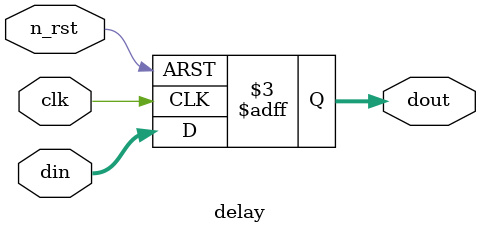
<source format=sv>
module delay #(
    parameter WIDTH = 32,
    parameter RESET_VALUE = 32'h0
)
(
    clk,
    n_rst,
    din,
    dout
);
    input clk;
    input n_rst;
    input [WIDTH-1:0]din;
    
    output reg[WIDTH-1:0]dout;

always@(posedge clk or negedge n_rst)
begin
    if(!n_rst) 
    begin
        dout <= RESET_VALUE;
    end
    else
    begin 
        dout <= din;
    end
end

endmodule
</source>
